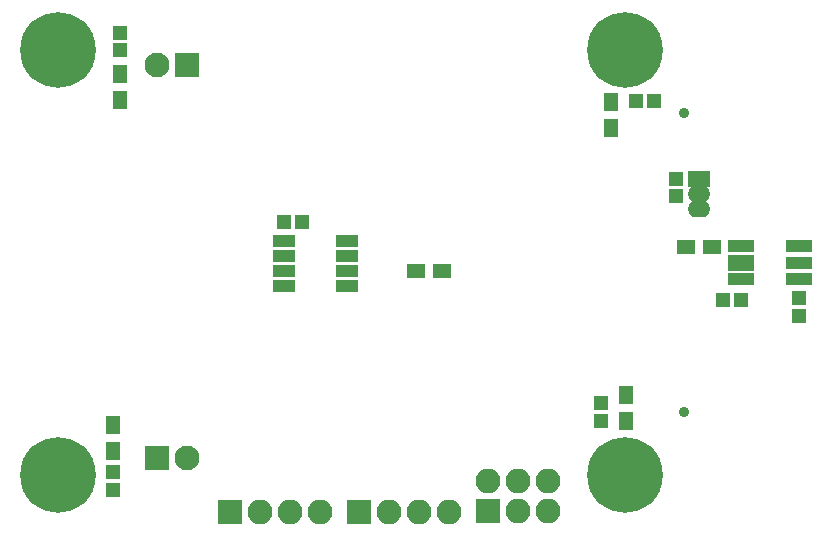
<source format=gbr>
G04 #@! TF.FileFunction,Soldermask,Bot*
%FSLAX46Y46*%
G04 Gerber Fmt 4.6, Leading zero omitted, Abs format (unit mm)*
G04 Created by KiCad (PCBNEW 4.0.4-stable) date 02/07/17 14:21:35*
%MOMM*%
%LPD*%
G01*
G04 APERTURE LIST*
%ADD10C,0.100000*%
%ADD11C,0.900000*%
%ADD12R,1.600000X1.300000*%
%ADD13R,1.150000X1.200000*%
%ADD14R,1.200000X1.150000*%
%ADD15C,6.400000*%
%ADD16R,1.300000X1.600000*%
%ADD17R,2.300000X1.100000*%
%ADD18R,2.300000X1.400000*%
%ADD19R,1.950000X1.000000*%
%ADD20C,2.100000*%
%ADD21R,2.100000X2.100000*%
%ADD22O,2.100000X2.100000*%
%ADD23O,1.901140X1.400000*%
%ADD24R,1.901140X1.400000*%
G04 APERTURE END LIST*
D10*
D11*
X144950000Y-96910000D03*
D12*
X124450000Y-84960000D03*
X122250000Y-84960000D03*
D13*
X144280000Y-77120000D03*
X144280000Y-78620000D03*
D14*
X111145000Y-80815000D03*
X112645000Y-80815000D03*
D13*
X96620000Y-102000000D03*
X96620000Y-103500000D03*
X97190000Y-66260000D03*
X97190000Y-64760000D03*
D15*
X91945000Y-102245000D03*
X91945000Y-66245000D03*
D16*
X96620000Y-100190000D03*
X96620000Y-97990000D03*
X97200000Y-68270000D03*
X97200000Y-70470000D03*
D17*
X149820000Y-85660000D03*
X149820000Y-82860000D03*
X154720000Y-82860000D03*
X154720000Y-85660000D03*
D18*
X149820000Y-84260000D03*
D17*
X154720000Y-84260000D03*
D19*
X116485000Y-82420000D03*
X116485000Y-83690000D03*
X116485000Y-84960000D03*
X116485000Y-86230000D03*
X111085000Y-86230000D03*
X111085000Y-84960000D03*
X111085000Y-83690000D03*
X111085000Y-82420000D03*
D20*
X102890000Y-100790000D03*
D21*
X100350000Y-100790000D03*
D11*
X144970000Y-71570000D03*
D20*
X100350000Y-67500000D03*
D21*
X102890000Y-67500000D03*
X106540000Y-105330000D03*
D22*
X109080000Y-105330000D03*
X111620000Y-105330000D03*
X114160000Y-105330000D03*
D13*
X137950000Y-97660000D03*
X137950000Y-96160000D03*
D14*
X140910000Y-70520000D03*
X142410000Y-70520000D03*
D15*
X139950000Y-102245000D03*
X139950000Y-66245000D03*
D16*
X140030000Y-97660000D03*
X140030000Y-95460000D03*
X138770000Y-70630000D03*
X138770000Y-72830000D03*
D14*
X149800000Y-87370000D03*
X148300000Y-87370000D03*
D13*
X154730000Y-87230000D03*
X154730000Y-88730000D03*
D21*
X128360000Y-105280000D03*
D22*
X128360000Y-102740000D03*
X130900000Y-105280000D03*
X130900000Y-102740000D03*
X133440000Y-105280000D03*
X133440000Y-102740000D03*
D21*
X117460000Y-105330000D03*
D22*
X120000000Y-105330000D03*
X122540000Y-105330000D03*
X125080000Y-105330000D03*
D12*
X147360000Y-82920000D03*
X145160000Y-82920000D03*
D23*
X146210000Y-78400000D03*
X146210000Y-79670000D03*
D24*
X146210000Y-77130000D03*
M02*

</source>
